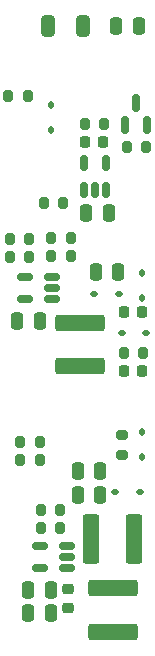
<source format=gbr>
%TF.GenerationSoftware,KiCad,Pcbnew,9.0.5*%
%TF.CreationDate,2025-10-29T13:39:02+01:00*%
%TF.ProjectId,GB_DMG_PSU,47425f44-4d47-45f5-9053-552e6b696361,rev?*%
%TF.SameCoordinates,Original*%
%TF.FileFunction,Paste,Top*%
%TF.FilePolarity,Positive*%
%FSLAX46Y46*%
G04 Gerber Fmt 4.6, Leading zero omitted, Abs format (unit mm)*
G04 Created by KiCad (PCBNEW 9.0.5) date 2025-10-29 13:39:02*
%MOMM*%
%LPD*%
G01*
G04 APERTURE LIST*
G04 Aperture macros list*
%AMRoundRect*
0 Rectangle with rounded corners*
0 $1 Rounding radius*
0 $2 $3 $4 $5 $6 $7 $8 $9 X,Y pos of 4 corners*
0 Add a 4 corners polygon primitive as box body*
4,1,4,$2,$3,$4,$5,$6,$7,$8,$9,$2,$3,0*
0 Add four circle primitives for the rounded corners*
1,1,$1+$1,$2,$3*
1,1,$1+$1,$4,$5*
1,1,$1+$1,$6,$7*
1,1,$1+$1,$8,$9*
0 Add four rect primitives between the rounded corners*
20,1,$1+$1,$2,$3,$4,$5,0*
20,1,$1+$1,$4,$5,$6,$7,0*
20,1,$1+$1,$6,$7,$8,$9,0*
20,1,$1+$1,$8,$9,$2,$3,0*%
G04 Aperture macros list end*
%ADD10RoundRect,0.250000X0.250000X0.475000X-0.250000X0.475000X-0.250000X-0.475000X0.250000X-0.475000X0*%
%ADD11RoundRect,0.225000X-0.225000X-0.250000X0.225000X-0.250000X0.225000X0.250000X-0.225000X0.250000X0*%
%ADD12RoundRect,0.112500X-0.112500X0.187500X-0.112500X-0.187500X0.112500X-0.187500X0.112500X0.187500X0*%
%ADD13RoundRect,0.112500X0.112500X-0.187500X0.112500X0.187500X-0.112500X0.187500X-0.112500X-0.187500X0*%
%ADD14RoundRect,0.200000X-0.200000X-0.275000X0.200000X-0.275000X0.200000X0.275000X-0.200000X0.275000X0*%
%ADD15RoundRect,0.112500X-0.187500X-0.112500X0.187500X-0.112500X0.187500X0.112500X-0.187500X0.112500X0*%
%ADD16RoundRect,0.249999X1.850001X-0.450001X1.850001X0.450001X-1.850001X0.450001X-1.850001X-0.450001X0*%
%ADD17RoundRect,0.250000X-0.250000X-0.475000X0.250000X-0.475000X0.250000X0.475000X-0.250000X0.475000X0*%
%ADD18RoundRect,0.150000X0.150000X-0.587500X0.150000X0.587500X-0.150000X0.587500X-0.150000X-0.587500X0*%
%ADD19RoundRect,0.200000X0.200000X0.275000X-0.200000X0.275000X-0.200000X-0.275000X0.200000X-0.275000X0*%
%ADD20RoundRect,0.249999X0.450001X1.850001X-0.450001X1.850001X-0.450001X-1.850001X0.450001X-1.850001X0*%
%ADD21RoundRect,0.250000X-0.325000X-0.650000X0.325000X-0.650000X0.325000X0.650000X-0.325000X0.650000X0*%
%ADD22RoundRect,0.200000X-0.275000X0.200000X-0.275000X-0.200000X0.275000X-0.200000X0.275000X0.200000X0*%
%ADD23RoundRect,0.225000X-0.250000X0.225000X-0.250000X-0.225000X0.250000X-0.225000X0.250000X0.225000X0*%
%ADD24RoundRect,0.150000X0.512500X0.150000X-0.512500X0.150000X-0.512500X-0.150000X0.512500X-0.150000X0*%
%ADD25RoundRect,0.225000X0.225000X0.250000X-0.225000X0.250000X-0.225000X-0.250000X0.225000X-0.250000X0*%
%ADD26RoundRect,0.112500X0.187500X0.112500X-0.187500X0.112500X-0.187500X-0.112500X0.187500X-0.112500X0*%
%ADD27RoundRect,0.150000X0.150000X-0.512500X0.150000X0.512500X-0.150000X0.512500X-0.150000X-0.512500X0*%
G04 APERTURE END LIST*
D10*
%TO.C,C14*%
X79950000Y-58100000D03*
X78050000Y-58100000D03*
%TD*%
D11*
%TO.C,C15*%
X80475000Y-66500000D03*
X82025000Y-66500000D03*
%TD*%
D12*
%TO.C,D7*%
X82000000Y-71700000D03*
X82000000Y-73800000D03*
%TD*%
D13*
%TO.C,D3*%
X74250000Y-46050000D03*
X74250000Y-43950000D03*
%TD*%
D14*
%TO.C,R9*%
X70808348Y-55345826D03*
X72458348Y-55345826D03*
%TD*%
D15*
%TO.C,D1*%
X79700000Y-76750000D03*
X81800000Y-76750000D03*
%TD*%
D16*
%TO.C,L5*%
X76750000Y-66100000D03*
X76750000Y-62400000D03*
%TD*%
D17*
%TO.C,C3*%
X79800000Y-37250000D03*
X81700000Y-37250000D03*
%TD*%
%TO.C,C12*%
X71416652Y-62250000D03*
X73316652Y-62250000D03*
%TD*%
D10*
%TO.C,C4*%
X78450000Y-75000000D03*
X76550000Y-75000000D03*
%TD*%
D11*
%TO.C,C13*%
X80475000Y-61500000D03*
X82025000Y-61500000D03*
%TD*%
D14*
%TO.C,R4*%
X73675000Y-52250000D03*
X75325000Y-52250000D03*
%TD*%
D18*
%TO.C,Q1*%
X80550000Y-45687500D03*
X82450000Y-45687500D03*
X81500000Y-43812500D03*
%TD*%
D19*
%TO.C,R5*%
X82325000Y-47500000D03*
X80675000Y-47500000D03*
%TD*%
D20*
%TO.C,L4*%
X81350000Y-80750000D03*
X77650000Y-80750000D03*
%TD*%
D21*
%TO.C,C10*%
X74025000Y-37250000D03*
X76975000Y-37250000D03*
%TD*%
D14*
%TO.C,RV1*%
X70675000Y-43250000D03*
X72325000Y-43250000D03*
%TD*%
%TO.C,R12*%
X74291652Y-56750000D03*
X75941652Y-56750000D03*
%TD*%
D17*
%TO.C,C16*%
X77250000Y-53100000D03*
X79150000Y-53100000D03*
%TD*%
D14*
%TO.C,R8*%
X71675000Y-72500000D03*
X73325000Y-72500000D03*
%TD*%
D22*
%TO.C,R14*%
X80250000Y-71925000D03*
X80250000Y-73575000D03*
%TD*%
D23*
%TO.C,C9*%
X75750000Y-84975000D03*
X75750000Y-86525000D03*
%TD*%
D24*
%TO.C,U3*%
X75637500Y-83200000D03*
X75637500Y-82250000D03*
X75637500Y-81300000D03*
X73362500Y-81300000D03*
X73362500Y-83200000D03*
%TD*%
D14*
%TO.C,R1*%
X73425000Y-79750000D03*
X75075000Y-79750000D03*
%TD*%
D24*
%TO.C,U2*%
X74391652Y-60400000D03*
X74391652Y-59450000D03*
X74391652Y-58500000D03*
X72116652Y-58500000D03*
X72116652Y-60400000D03*
%TD*%
D17*
%TO.C,C11*%
X72350000Y-85000000D03*
X74250000Y-85000000D03*
%TD*%
D19*
%TO.C,R7*%
X75075000Y-78250000D03*
X73425000Y-78250000D03*
%TD*%
D25*
%TO.C,C18*%
X78725000Y-47112500D03*
X77175000Y-47112500D03*
%TD*%
D10*
%TO.C,C2*%
X78450000Y-77000000D03*
X76550000Y-77000000D03*
%TD*%
D14*
%TO.C,R13*%
X80425000Y-65000000D03*
X82075000Y-65000000D03*
%TD*%
D26*
%TO.C,D5*%
X82350000Y-63250000D03*
X80250000Y-63250000D03*
%TD*%
D14*
%TO.C,R10*%
X70808348Y-56845826D03*
X72458348Y-56845826D03*
%TD*%
D19*
%TO.C,R11*%
X75941652Y-55250000D03*
X74291652Y-55250000D03*
%TD*%
D14*
%TO.C,R3*%
X71675000Y-74000000D03*
X73325000Y-74000000D03*
%TD*%
D17*
%TO.C,C1*%
X72350000Y-87000000D03*
X74250000Y-87000000D03*
%TD*%
D26*
%TO.C,D4*%
X80050000Y-60000000D03*
X77950000Y-60000000D03*
%TD*%
D16*
%TO.C,L3*%
X79500000Y-88600000D03*
X79500000Y-84900000D03*
%TD*%
D27*
%TO.C,U4*%
X77050000Y-51137500D03*
X78000000Y-51137500D03*
X78950000Y-51137500D03*
X78950000Y-48862500D03*
X77050000Y-48862500D03*
%TD*%
D12*
%TO.C,D6*%
X82000000Y-58200000D03*
X82000000Y-60300000D03*
%TD*%
D14*
%TO.C,R6*%
X77125000Y-45612500D03*
X78775000Y-45612500D03*
%TD*%
M02*

</source>
